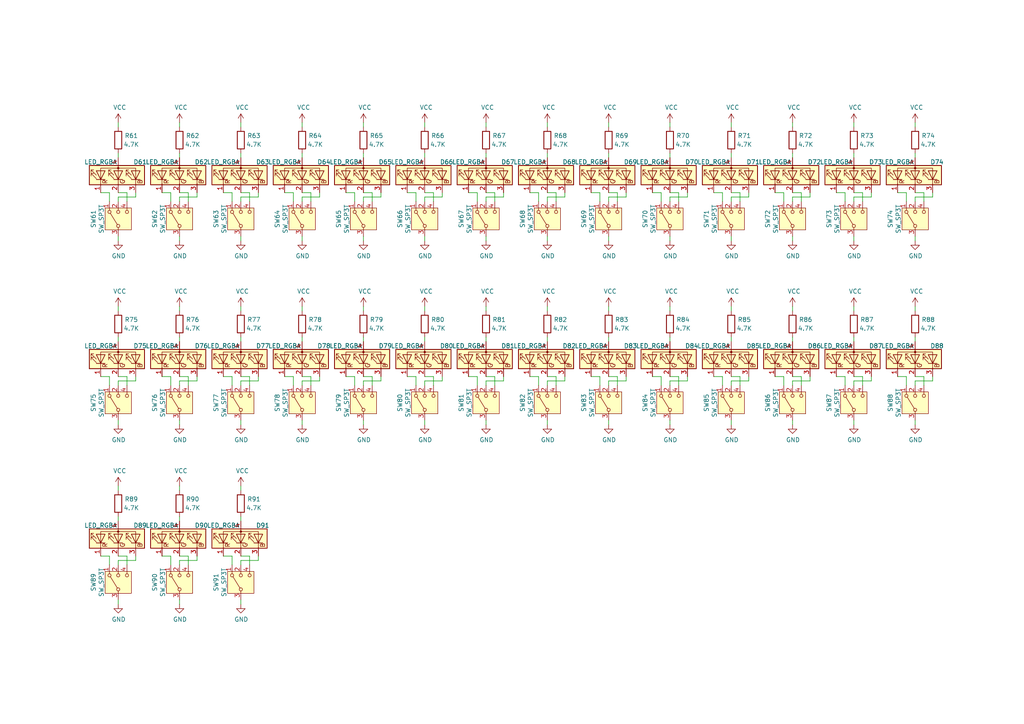
<source format=kicad_sch>
(kicad_sch (version 20231120) (generator "eeschema") (generator_version "8.0")
  (paper "A4")
  (lib_symbols
    (symbol "Device:R" (pin_numbers hide) (pin_names (offset 0))
      (property "Reference" "R" (at 2.032 0 90))
      (property "Value" "R" (at 0 0 90))
      (symbol "R_1_1"
        (pin passive line (at 0 3.81 270) (length 1.27) (name "~") (number "1"))
        (pin passive line (at 0 -3.81 90) (length 1.27) (name "~") (number "2"))
      )
    )
    (symbol "Switch:SW_SP3T" (pin_names (offset 0) hide)
      (property "Reference" "SW" (at 0 5.08 0))
      (property "Value" "SW_SP3T" (at 0 -5.08 0))
      (symbol "SW_SP3T_1_1"
        (pin passive line (at 5.08 2.54 180) (length 2.54) (name "1") (number "1"))
        (pin passive line (at 5.08 0 180) (length 2.54) (name "2") (number "2"))
        (pin passive line (at -5.08 0 0) (length 2.54) (name "3") (number "3"))
        (pin passive line (at 5.08 -2.54 180) (length 2.54) (name "4") (number "4"))
      )
    )
    (symbol "led_rgba:LED_RGBA" (pin_names (offset 0) hide)
      (property "Reference" "D" (at 0 9.398 0))
      (property "Value" "LED_RGBA" (at 0 -8.89 0))
      (symbol "LED_RGBA_0_0"
        (text "B" (at -1.905 -6.35 0) (effects (font (size 1.27 1.27))))
        (text "G" (at -1.905 -1.27 0) (effects (font (size 1.27 1.27))))
        (text "R" (at -1.905 3.81 0) (effects (font (size 1.27 1.27))))
      )
      (symbol "LED_RGBA_1_1"
        (pin passive line (at -5.08 5.08 0) (length 2.54) (name "RK") (number "1"))
        (pin passive line (at -5.08 0 0) (length 2.54) (name "GK") (number "2"))
        (pin passive line (at -5.08 -5.08 0) (length 2.54) (name "BK") (number "3"))
        (pin passive line (at 5.08 0 180) (length 2.54) (name "A") (number "4"))
      )
    )
    (symbol "motivational board-rescue:GND-power" (power) (pin_names (offset 0))
      (property "Value" "power_GND" (at 0 -3.81 0))
      (symbol "GND-power_1_1"
        (pin power_in line (at 0 0 270) (length 0) hide (name "GND") (number "1"))
      )
    )
    (symbol "motivational board-rescue:VCC-power" (power) (pin_names (offset 0))
      (property "Value" "power_VCC" (at 0 3.81 0))
      (symbol "VCC-power_1_1"
        (pin power_in line (at 0 0 90) (length 0) hide (name "VCC") (number "1"))
      )
    )
  )
  (wire (pts (xy 135.89 55.88) (xy 138.43 55.88)))
  (wire (pts (xy 123.19 57.15) (xy 128.27 57.15)))
  (wire (pts (xy 212.09 111.76) (xy 212.09 110.49)))
  (wire (pts (xy 179.07 111.76) (xy 179.07 109.22)))
  (wire (pts (xy 199.39 57.15) (xy 199.39 55.88)))
  (wire (pts (xy 138.43 109.22) (xy 138.43 111.76)))
  (wire (pts (xy 176.53 121.92) (xy 176.53 123.19)))
  (wire (pts (xy 102.87 109.22) (xy 102.87 111.76)))
  (wire (pts (xy 176.53 99.06) (xy 176.53 97.79)))
  (wire (pts (xy 107.95 109.22) (xy 105.41 109.22)))
  (wire (pts (xy 123.19 121.92) (xy 123.19 123.19)))
  (wire (pts (xy 72.39 58.42) (xy 72.39 55.88)))
  (wire (pts (xy 54.61 58.42) (xy 54.61 55.88)))
  (wire (pts (xy 209.55 55.88) (xy 209.55 58.42)))
  (wire (pts (xy 161.29 111.76) (xy 161.29 109.22)))
  (wire (pts (xy 227.33 55.88) (xy 227.33 58.42)))
  (wire (pts (xy 250.19 111.76) (xy 250.19 109.22)))
  (wire (pts (xy 176.53 58.42) (xy 176.53 57.15)))
  (wire (pts (xy 67.31 55.88) (xy 67.31 58.42)))
  (wire (pts (xy 67.31 109.22) (xy 67.31 111.76)))
  (wire (pts (xy 176.53 45.72) (xy 176.53 44.45)))
  (wire (pts (xy 194.31 88.9) (xy 194.31 90.17)))
  (wire (pts (xy 69.85 110.49) (xy 74.93 110.49)))
  (wire (pts (xy 242.57 55.88) (xy 245.11 55.88)))
  (wire (pts (xy 232.41 58.42) (xy 232.41 55.88)))
  (wire (pts (xy 262.89 55.88) (xy 262.89 58.42)))
  (wire (pts (xy 74.93 162.56) (xy 74.93 161.29)))
  (wire (pts (xy 181.61 57.15) (xy 181.61 55.88)))
  (wire (pts (xy 265.43 99.06) (xy 265.43 97.79)))
  (wire (pts (xy 107.95 58.42) (xy 107.95 55.88)))
  (wire (pts (xy 105.41 45.72) (xy 105.41 44.45)))
  (wire (pts (xy 54.61 109.22) (xy 52.07 109.22)))
  (wire (pts (xy 176.53 88.9) (xy 176.53 90.17)))
  (wire (pts (xy 69.85 88.9) (xy 69.85 90.17)))
  (wire (pts (xy 173.99 109.22) (xy 173.99 111.76)))
  (wire (pts (xy 123.19 68.58) (xy 123.19 69.85)))
  (wire (pts (xy 34.29 45.72) (xy 34.29 44.45)))
  (wire (pts (xy 87.63 68.58) (xy 87.63 69.85)))
  (wire (pts (xy 87.63 35.56) (xy 87.63 36.83)))
  (wire (pts (xy 87.63 58.42) (xy 87.63 57.15)))
  (wire (pts (xy 158.75 110.49) (xy 163.83 110.49)))
  (wire (pts (xy 87.63 88.9) (xy 87.63 90.17)))
  (wire (pts (xy 232.41 109.22) (xy 229.87 109.22)))
  (wire (pts (xy 153.67 109.22) (xy 156.21 109.22)))
  (wire (pts (xy 229.87 57.15) (xy 234.95 57.15)))
  (wire (pts (xy 110.49 57.15) (xy 110.49 55.88)))
  (wire (pts (xy 34.29 35.56) (xy 34.29 36.83)))
  (wire (pts (xy 29.21 55.88) (xy 31.75 55.88)))
  (wire (pts (xy 265.43 57.15) (xy 270.51 57.15)))
  (wire (pts (xy 90.17 58.42) (xy 90.17 55.88)))
  (wire (pts (xy 52.07 99.06) (xy 52.07 97.79)))
  (wire (pts (xy 229.87 35.56) (xy 229.87 36.83)))
  (wire (pts (xy 229.87 121.92) (xy 229.87 123.19)))
  (wire (pts (xy 194.31 99.06) (xy 194.31 97.79)))
  (wire (pts (xy 212.09 121.92) (xy 212.09 123.19)))
  (wire (pts (xy 90.17 55.88) (xy 87.63 55.88)))
  (wire (pts (xy 87.63 110.49) (xy 92.71 110.49)))
  (wire (pts (xy 36.83 55.88) (xy 34.29 55.88)))
  (wire (pts (xy 156.21 109.22) (xy 156.21 111.76)))
  (wire (pts (xy 52.07 68.58) (xy 52.07 69.85)))
  (wire (pts (xy 229.87 68.58) (xy 229.87 69.85)))
  (wire (pts (xy 212.09 88.9) (xy 212.09 90.17)))
  (wire (pts (xy 179.07 58.42) (xy 179.07 55.88)))
  (wire (pts (xy 260.35 55.88) (xy 262.89 55.88)))
  (wire (pts (xy 156.21 55.88) (xy 156.21 58.42)))
  (wire (pts (xy 105.41 99.06) (xy 105.41 97.79)))
  (wire (pts (xy 34.29 58.42) (xy 34.29 57.15)))
  (wire (pts (xy 158.75 45.72) (xy 158.75 44.45)))
  (wire (pts (xy 232.41 55.88) (xy 229.87 55.88)))
  (wire (pts (xy 125.73 109.22) (xy 123.19 109.22)))
  (wire (pts (xy 262.89 109.22) (xy 262.89 111.76)))
  (wire (pts (xy 54.61 163.83) (xy 54.61 161.29)))
  (wire (pts (xy 57.15 162.56) (xy 57.15 161.29)))
  (wire (pts (xy 158.75 88.9) (xy 158.75 90.17)))
  (wire (pts (xy 143.51 109.22) (xy 140.97 109.22)))
  (wire (pts (xy 107.95 111.76) (xy 107.95 109.22)))
  (wire (pts (xy 64.77 109.22) (xy 67.31 109.22)))
  (wire (pts (xy 234.95 110.49) (xy 234.95 109.22)))
  (wire (pts (xy 123.19 111.76) (xy 123.19 110.49)))
  (wire (pts (xy 161.29 58.42) (xy 161.29 55.88)))
  (wire (pts (xy 270.51 57.15) (xy 270.51 55.88)))
  (wire (pts (xy 267.97 111.76) (xy 267.97 109.22)))
  (wire (pts (xy 176.53 35.56) (xy 176.53 36.83)))
  (wire (pts (xy 212.09 68.58) (xy 212.09 69.85)))
  (wire (pts (xy 265.43 110.49) (xy 270.51 110.49)))
  (wire (pts (xy 196.85 109.22) (xy 194.31 109.22)))
  (wire (pts (xy 212.09 57.15) (xy 217.17 57.15)))
  (wire (pts (xy 214.63 58.42) (xy 214.63 55.88)))
  (wire (pts (xy 214.63 55.88) (xy 212.09 55.88)))
  (wire (pts (xy 265.43 68.58) (xy 265.43 69.85)))
  (wire (pts (xy 36.83 58.42) (xy 36.83 55.88)))
  (wire (pts (xy 143.51 55.88) (xy 140.97 55.88)))
  (wire (pts (xy 123.19 99.06) (xy 123.19 97.79)))
  (wire (pts (xy 31.75 161.29) (xy 31.75 163.83)))
  (wire (pts (xy 252.73 57.15) (xy 252.73 55.88)))
  (wire (pts (xy 52.07 35.56) (xy 52.07 36.83)))
  (wire (pts (xy 245.11 109.22) (xy 245.11 111.76)))
  (wire (pts (xy 120.65 109.22) (xy 120.65 111.76)))
  (wire (pts (xy 143.51 111.76) (xy 143.51 109.22)))
  (wire (pts (xy 196.85 55.88) (xy 194.31 55.88)))
  (wire (pts (xy 265.43 58.42) (xy 265.43 57.15)))
  (wire (pts (xy 209.55 109.22) (xy 209.55 111.76)))
  (wire (pts (xy 52.07 173.99) (xy 52.07 175.26)))
  (wire (pts (xy 105.41 111.76) (xy 105.41 110.49)))
  (wire (pts (xy 72.39 109.22) (xy 69.85 109.22)))
  (wire (pts (xy 140.97 111.76) (xy 140.97 110.49)))
  (wire (pts (xy 39.37 110.49) (xy 39.37 109.22)))
  (wire (pts (xy 158.75 111.76) (xy 158.75 110.49)))
  (wire (pts (xy 140.97 121.92) (xy 140.97 123.19)))
  (wire (pts (xy 163.83 110.49) (xy 163.83 109.22)))
  (wire (pts (xy 82.55 55.88) (xy 85.09 55.88)))
  (wire (pts (xy 34.29 163.83) (xy 34.29 162.56)))
  (wire (pts (xy 69.85 58.42) (xy 69.85 57.15)))
  (wire (pts (xy 57.15 57.15) (xy 57.15 55.88)))
  (wire (pts (xy 224.79 109.22) (xy 227.33 109.22)))
  (wire (pts (xy 34.29 99.06) (xy 34.29 97.79)))
  (wire (pts (xy 123.19 45.72) (xy 123.19 44.45)))
  (wire (pts (xy 140.97 99.06) (xy 140.97 97.79)))
  (wire (pts (xy 229.87 110.49) (xy 234.95 110.49)))
  (wire (pts (xy 140.97 58.42) (xy 140.97 57.15)))
  (wire (pts (xy 247.65 68.58) (xy 247.65 69.85)))
  (wire (pts (xy 69.85 111.76) (xy 69.85 110.49)))
  (wire (pts (xy 265.43 35.56) (xy 265.43 36.83)))
  (wire (pts (xy 153.67 55.88) (xy 156.21 55.88)))
  (wire (pts (xy 267.97 58.42) (xy 267.97 55.88)))
  (wire (pts (xy 207.01 109.22) (xy 209.55 109.22)))
  (wire (pts (xy 229.87 99.06) (xy 229.87 97.79)))
  (wire (pts (xy 52.07 45.72) (xy 52.07 44.45)))
  (wire (pts (xy 69.85 35.56) (xy 69.85 36.83)))
  (wire (pts (xy 107.95 55.88) (xy 105.41 55.88)))
  (wire (pts (xy 252.73 110.49) (xy 252.73 109.22)))
  (wire (pts (xy 140.97 110.49) (xy 146.05 110.49)))
  (wire (pts (xy 212.09 99.06) (xy 212.09 97.79)))
  (wire (pts (xy 265.43 45.72) (xy 265.43 44.45)))
  (wire (pts (xy 72.39 161.29) (xy 69.85 161.29)))
  (wire (pts (xy 125.73 55.88) (xy 123.19 55.88)))
  (wire (pts (xy 110.49 110.49) (xy 110.49 109.22)))
  (wire (pts (xy 217.17 110.49) (xy 217.17 109.22)))
  (wire (pts (xy 85.09 55.88) (xy 85.09 58.42)))
  (wire (pts (xy 146.05 110.49) (xy 146.05 109.22)))
  (wire (pts (xy 69.85 45.72) (xy 69.85 44.45)))
  (wire (pts (xy 52.07 58.42) (xy 52.07 57.15)))
  (wire (pts (xy 247.65 88.9) (xy 247.65 90.17)))
  (wire (pts (xy 194.31 121.92) (xy 194.31 123.19)))
  (wire (pts (xy 87.63 57.15) (xy 92.71 57.15)))
  (wire (pts (xy 229.87 58.42) (xy 229.87 57.15)))
  (wire (pts (xy 105.41 121.92) (xy 105.41 123.19)))
  (wire (pts (xy 194.31 111.76) (xy 194.31 110.49)))
  (wire (pts (xy 140.97 68.58) (xy 140.97 69.85)))
  (wire (pts (xy 158.75 68.58) (xy 158.75 69.85)))
  (wire (pts (xy 224.79 55.88) (xy 227.33 55.88)))
  (wire (pts (xy 49.53 55.88) (xy 49.53 58.42)))
  (wire (pts (xy 212.09 58.42) (xy 212.09 57.15)))
  (wire (pts (xy 34.29 173.99) (xy 34.29 175.26)))
  (wire (pts (xy 140.97 45.72) (xy 140.97 44.45)))
  (wire (pts (xy 191.77 109.22) (xy 191.77 111.76)))
  (wire (pts (xy 270.51 110.49) (xy 270.51 109.22)))
  (wire (pts (xy 181.61 110.49) (xy 181.61 109.22)))
  (wire (pts (xy 52.07 121.92) (xy 52.07 123.19)))
  (wire (pts (xy 36.83 163.83) (xy 36.83 161.29)))
  (wire (pts (xy 250.19 109.22) (xy 247.65 109.22)))
  (wire (pts (xy 179.07 55.88) (xy 176.53 55.88)))
  (wire (pts (xy 247.65 99.06) (xy 247.65 97.79)))
  (wire (pts (xy 52.07 57.15) (xy 57.15 57.15)))
  (wire (pts (xy 67.31 161.29) (xy 67.31 163.83)))
  (wire (pts (xy 34.29 110.49) (xy 39.37 110.49)))
  (wire (pts (xy 265.43 111.76) (xy 265.43 110.49)))
  (wire (pts (xy 49.53 161.29) (xy 49.53 163.83)))
  (wire (pts (xy 247.65 110.49) (xy 252.73 110.49)))
  (wire (pts (xy 171.45 109.22) (xy 173.99 109.22)))
  (wire (pts (xy 57.15 110.49) (xy 57.15 109.22)))
  (wire (pts (xy 123.19 58.42) (xy 123.19 57.15)))
  (wire (pts (xy 69.85 99.06) (xy 69.85 97.79)))
  (wire (pts (xy 34.29 88.9) (xy 34.29 90.17)))
  (wire (pts (xy 85.09 109.22) (xy 85.09 111.76)))
  (wire (pts (xy 214.63 111.76) (xy 214.63 109.22)))
  (wire (pts (xy 72.39 111.76) (xy 72.39 109.22)))
  (wire (pts (xy 29.21 109.22) (xy 31.75 109.22)))
  (wire (pts (xy 123.19 35.56) (xy 123.19 36.83)))
  (wire (pts (xy 46.99 109.22) (xy 49.53 109.22)))
  (wire (pts (xy 158.75 58.42) (xy 158.75 57.15)))
  (wire (pts (xy 194.31 58.42) (xy 194.31 57.15)))
  (wire (pts (xy 52.07 110.49) (xy 57.15 110.49)))
  (wire (pts (xy 87.63 99.06) (xy 87.63 97.79)))
  (wire (pts (xy 72.39 55.88) (xy 69.85 55.88)))
  (wire (pts (xy 161.29 109.22) (xy 158.75 109.22)))
  (wire (pts (xy 69.85 57.15) (xy 74.93 57.15)))
  (wire (pts (xy 34.29 57.15) (xy 39.37 57.15)))
  (wire (pts (xy 105.41 35.56) (xy 105.41 36.83)))
  (wire (pts (xy 189.23 55.88) (xy 191.77 55.88)))
  (wire (pts (xy 140.97 35.56) (xy 140.97 36.83)))
  (wire (pts (xy 69.85 121.92) (xy 69.85 123.19)))
  (wire (pts (xy 232.41 111.76) (xy 232.41 109.22)))
  (wire (pts (xy 54.61 111.76) (xy 54.61 109.22)))
  (wire (pts (xy 34.29 121.92) (xy 34.29 123.19)))
  (wire (pts (xy 34.29 162.56) (xy 39.37 162.56)))
  (wire (pts (xy 267.97 55.88) (xy 265.43 55.88)))
  (wire (pts (xy 212.09 35.56) (xy 212.09 36.83)))
  (wire (pts (xy 173.99 55.88) (xy 173.99 58.42)))
  (wire (pts (xy 199.39 110.49) (xy 199.39 109.22)))
  (wire (pts (xy 39.37 57.15) (xy 39.37 55.88)))
  (wire (pts (xy 36.83 161.29) (xy 34.29 161.29)))
  (wire (pts (xy 100.33 109.22) (xy 102.87 109.22)))
  (wire (pts (xy 158.75 57.15) (xy 163.83 57.15)))
  (wire (pts (xy 64.77 55.88) (xy 67.31 55.88)))
  (wire (pts (xy 31.75 109.22) (xy 31.75 111.76)))
  (wire (pts (xy 54.61 55.88) (xy 52.07 55.88)))
  (wire (pts (xy 52.07 151.13) (xy 52.07 149.86)))
  (wire (pts (xy 123.19 110.49) (xy 128.27 110.49)))
  (wire (pts (xy 52.07 111.76) (xy 52.07 110.49)))
  (wire (pts (xy 194.31 35.56) (xy 194.31 36.83)))
  (wire (pts (xy 247.65 35.56) (xy 247.65 36.83)))
  (wire (pts (xy 196.85 111.76) (xy 196.85 109.22)))
  (wire (pts (xy 105.41 88.9) (xy 105.41 90.17)))
  (wire (pts (xy 69.85 68.58) (xy 69.85 69.85)))
  (wire (pts (xy 250.19 58.42) (xy 250.19 55.88)))
  (wire (pts (xy 176.53 110.49) (xy 181.61 110.49)))
  (wire (pts (xy 158.75 99.06) (xy 158.75 97.79)))
  (wire (pts (xy 247.65 121.92) (xy 247.65 123.19)))
  (wire (pts (xy 39.37 162.56) (xy 39.37 161.29)))
  (wire (pts (xy 247.65 57.15) (xy 252.73 57.15)))
  (wire (pts (xy 100.33 55.88) (xy 102.87 55.88)))
  (wire (pts (xy 158.75 121.92) (xy 158.75 123.19)))
  (wire (pts (xy 176.53 68.58) (xy 176.53 69.85)))
  (wire (pts (xy 194.31 45.72) (xy 194.31 44.45)))
  (wire (pts (xy 234.95 57.15) (xy 234.95 55.88)))
  (wire (pts (xy 90.17 109.22) (xy 87.63 109.22)))
  (wire (pts (xy 176.53 57.15) (xy 181.61 57.15)))
  (wire (pts (xy 87.63 45.72) (xy 87.63 44.45)))
  (wire (pts (xy 92.71 57.15) (xy 92.71 55.88)))
  (wire (pts (xy 34.29 111.76) (xy 34.29 110.49)))
  (wire (pts (xy 194.31 68.58) (xy 194.31 69.85)))
  (wire (pts (xy 212.09 110.49) (xy 217.17 110.49)))
  (wire (pts (xy 105.41 57.15) (xy 110.49 57.15)))
  (wire (pts (xy 72.39 163.83) (xy 72.39 161.29)))
  (wire (pts (xy 46.99 161.29) (xy 49.53 161.29)))
  (wire (pts (xy 207.01 55.88) (xy 209.55 55.88)))
  (wire (pts (xy 92.71 110.49) (xy 92.71 109.22)))
  (wire (pts (xy 29.21 161.29) (xy 31.75 161.29)))
  (wire (pts (xy 52.07 162.56) (xy 57.15 162.56)))
  (wire (pts (xy 163.83 57.15) (xy 163.83 55.88)))
  (wire (pts (xy 36.83 111.76) (xy 36.83 109.22)))
  (wire (pts (xy 118.11 55.88) (xy 120.65 55.88)))
  (wire (pts (xy 138.43 55.88) (xy 138.43 58.42)))
  (wire (pts (xy 135.89 109.22) (xy 138.43 109.22)))
  (wire (pts (xy 82.55 109.22) (xy 85.09 109.22)))
  (wire (pts (xy 87.63 111.76) (xy 87.63 110.49)))
  (wire (pts (xy 34.29 151.13) (xy 34.29 149.86)))
  (wire (pts (xy 64.77 161.29) (xy 67.31 161.29)))
  (wire (pts (xy 242.57 109.22) (xy 245.11 109.22)))
  (wire (pts (xy 229.87 45.72) (xy 229.87 44.45)))
  (wire (pts (xy 128.27 110.49) (xy 128.27 109.22)))
  (wire (pts (xy 217.17 57.15) (xy 217.17 55.88)))
  (wire (pts (xy 120.65 55.88) (xy 120.65 58.42)))
  (wire (pts (xy 125.73 58.42) (xy 125.73 55.88)))
  (wire (pts (xy 247.65 111.76) (xy 247.65 110.49)))
  (wire (pts (xy 189.23 109.22) (xy 191.77 109.22)))
  (wire (pts (xy 123.19 88.9) (xy 123.19 90.17)))
  (wire (pts (xy 54.61 161.29) (xy 52.07 161.29)))
  (wire (pts (xy 69.85 140.97) (xy 69.85 142.24)))
  (wire (pts (xy 247.65 45.72) (xy 247.65 44.45)))
  (wire (pts (xy 34.29 140.97) (xy 34.29 142.24)))
  (wire (pts (xy 194.31 110.49) (xy 199.39 110.49)))
  (wire (pts (xy 227.33 109.22) (xy 227.33 111.76)))
  (wire (pts (xy 212.09 45.72) (xy 212.09 44.45)))
  (wire (pts (xy 146.05 57.15) (xy 146.05 55.88)))
  (wire (pts (xy 250.19 55.88) (xy 247.65 55.88)))
  (wire (pts (xy 69.85 162.56) (xy 74.93 162.56)))
  (wire (pts (xy 176.53 111.76) (xy 176.53 110.49)))
  (wire (pts (xy 105.41 58.42) (xy 105.41 57.15)))
  (wire (pts (xy 179.07 109.22) (xy 176.53 109.22)))
  (wire (pts (xy 69.85 151.13) (xy 69.85 149.86)))
  (wire (pts (xy 105.41 110.49) (xy 110.49 110.49)))
  (wire (pts (xy 34.29 68.58) (xy 34.29 69.85)))
  (wire (pts (xy 125.73 111.76) (xy 125.73 109.22)))
  (wire (pts (xy 140.97 57.15) (xy 146.05 57.15)))
  (wire (pts (xy 118.11 109.22) (xy 120.65 109.22)))
  (wire (pts (xy 191.77 55.88) (xy 191.77 58.42)))
  (wire (pts (xy 229.87 88.9) (xy 229.87 90.17)))
  (wire (pts (xy 196.85 58.42) (xy 196.85 55.88)))
  (wire (pts (xy 265.43 121.92) (xy 265.43 123.19)))
  (wire (pts (xy 143.51 58.42) (xy 143.51 55.88)))
  (wire (pts (xy 194.31 57.15) (xy 199.39 57.15)))
  (wire (pts (xy 128.27 57.15) (xy 128.27 55.88)))
  (wire (pts (xy 267.97 109.22) (xy 265.43 109.22)))
  (wire (pts (xy 102.87 55.88) (xy 102.87 58.42)))
  (wire (pts (xy 74.93 57.15) (xy 74.93 55.88)))
  (wire (pts (xy 31.75 55.88) (xy 31.75 58.42)))
  (wire (pts (xy 140.97 88.9) (xy 140.97 90.17)))
  (wire (pts (xy 161.29 55.88) (xy 158.75 55.88)))
  (wire (pts (xy 36.83 109.22) (xy 34.29 109.22)))
  (wire (pts (xy 52.07 163.83) (xy 52.07 162.56)))
  (wire (pts (xy 52.07 140.97) (xy 52.07 142.24)))
  (wire (pts (xy 158.75 35.56) (xy 158.75 36.83)))
  (wire (pts (xy 171.45 55.88) (xy 173.99 55.88)))
  (wire (pts (xy 46.99 55.88) (xy 49.53 55.88)))
  (wire (pts (xy 87.63 121.92) (xy 87.63 123.19)))
  (wire (pts (xy 69.85 163.83) (xy 69.85 162.56)))
  (wire (pts (xy 247.65 58.42) (xy 247.65 57.15)))
  (wire (pts (xy 52.07 88.9) (xy 52.07 90.17)))
  (wire (pts (xy 245.11 55.88) (xy 245.11 58.42)))
  (wire (pts (xy 69.85 173.99) (xy 69.85 175.26)))
  (wire (pts (xy 74.93 110.49) (xy 74.93 109.22)))
  (wire (pts (xy 260.35 109.22) (xy 262.89 109.22)))
  (wire (pts (xy 105.41 68.58) (xy 105.41 69.85)))
  (wire (pts (xy 265.43 88.9) (xy 265.43 90.17)))
  (wire (pts (xy 214.63 109.22) (xy 212.09 109.22)))
  (wire (pts (xy 90.17 111.76) (xy 90.17 109.22)))
  (wire (pts (xy 49.53 109.22) (xy 49.53 111.76)))
  (wire (pts (xy 229.87 111.76) (xy 229.87 110.49)))
  (symbol (lib_id "Device:R") (at 52.07 40.64 0) (unit 1)
    (property "Reference" "R62" (at 55.88 39.37 0))
    (property "Value" "4.7K" (at 55.88 41.91 0))
    (property "Footprint" "Resistors_SMD:R_0805_HandSoldering" (effects (hide yes)))
  )
  (symbol (lib_id "motivational board-rescue:GND-power") (at 105.41 69.85 0) (unit 1)
    (property "Reference" "#PWR0141" (effects (hide yes)))
    (property "Value" "GND" (at 105.537 74.2442 0))
  )
  (symbol (lib_id "Switch:SW_SP3T") (at 212.09 63.5 90) (unit 1)
    (property "Reference" "SW71" (at 204.9018 63.5 0))
    (property "Value" "SW_SP3T" (at 207.2132 63.5 0))
    (property "Footprint" "Button_Switch_THT-extra:SS13D07G4" (effects (hide yes)))
  )
  (symbol (lib_id "led_rgba:LED_RGBA") (at 247.65 50.8 90) (unit 1)
    (property "Reference" "D73" (at 254 46.99 90))
    (property "Value" "LED_RGBA" (at 242.57 46.99 90))
    (property "Footprint" "LED_SMD-extra:LED_RGB_3528" (effects (hide yes)))
  )
  (symbol (lib_id "led_rgba:LED_RGBA") (at 265.43 50.8 90) (unit 1)
    (property "Reference" "D74" (at 271.78 46.99 90))
    (property "Value" "LED_RGBA" (at 260.35 46.99 90))
    (property "Footprint" "LED_SMD-extra:LED_RGB_3528" (effects (hide yes)))
  )
  (symbol (lib_id "Device:R") (at 158.75 93.98 0) (unit 1)
    (property "Reference" "R82" (at 162.56 92.71 0))
    (property "Value" "4.7K" (at 162.56 95.25 0))
    (property "Footprint" "Resistors_SMD:R_0805_HandSoldering" (effects (hide yes)))
  )
  (symbol (lib_id "Device:R") (at 247.65 93.98 0) (unit 1)
    (property "Reference" "R87" (at 251.46 92.71 0))
    (property "Value" "4.7K" (at 251.46 95.25 0))
    (property "Footprint" "Resistors_SMD:R_0805_HandSoldering" (effects (hide yes)))
  )
  (symbol (lib_id "led_rgba:LED_RGBA") (at 265.43 104.14 90) (unit 1)
    (property "Reference" "D88" (at 271.78 100.33 90))
    (property "Value" "LED_RGBA" (at 260.35 100.33 90))
    (property "Footprint" "LED_SMD-extra:LED_RGB_3528" (effects (hide yes)))
  )
  (symbol (lib_id "Switch:SW_SP3T") (at 34.29 63.5 90) (unit 1)
    (property "Reference" "SW61" (at 27.1018 63.5 0))
    (property "Value" "SW_SP3T" (at 29.4132 63.5 0))
    (property "Footprint" "Button_Switch_THT-extra:SS13D07G4" (effects (hide yes)))
  )
  (symbol (lib_id "led_rgba:LED_RGBA") (at 34.29 50.8 90) (unit 1)
    (property "Reference" "D61" (at 40.64 46.99 90))
    (property "Value" "LED_RGBA" (at 29.21 46.99 90))
    (property "Footprint" "LED_SMD-extra:LED_RGB_3528" (effects (hide yes)))
  )
  (symbol (lib_id "Device:R") (at 34.29 40.64 0) (unit 1)
    (property "Reference" "R61" (at 38.1 39.37 0))
    (property "Value" "4.7K" (at 38.1 41.91 0))
    (property "Footprint" "Resistors_SMD:R_0805_HandSoldering" (effects (hide yes)))
  )
  (symbol (lib_id "motivational board-rescue:VCC-power") (at 34.29 35.56 0) (unit 1)
    (property "Reference" "#PWR0123" (effects (hide yes)))
    (property "Value" "VCC" (at 34.7218 31.1658 0))
  )
  (symbol (lib_id "motivational board-rescue:GND-power") (at 34.29 69.85 0) (unit 1)
    (property "Reference" "#PWR0137" (effects (hide yes)))
    (property "Value" "GND" (at 34.417 74.2442 0))
  )
  (symbol (lib_id "Switch:SW_SP3T") (at 52.07 63.5 90) (unit 1)
    (property "Reference" "SW62" (at 44.8818 63.5 0))
    (property "Value" "SW_SP3T" (at 47.1932 63.5 0))
    (property "Footprint" "Button_Switch_THT-extra:SS13D07G4" (effects (hide yes)))
  )
  (symbol (lib_id "led_rgba:LED_RGBA") (at 52.07 50.8 90) (unit 1)
    (property "Reference" "D62" (at 58.42 46.99 90))
    (property "Value" "LED_RGBA" (at 46.99 46.99 90))
    (property "Footprint" "LED_SMD-extra:LED_RGB_3528" (effects (hide yes)))
  )
  (symbol (lib_id "motivational board-rescue:VCC-power") (at 52.07 35.56 0) (unit 1)
    (property "Reference" "#PWR0124" (effects (hide yes)))
    (property "Value" "VCC" (at 52.5018 31.1658 0))
  )
  (symbol (lib_id "motivational board-rescue:GND-power") (at 52.07 69.85 0) (unit 1)
    (property "Reference" "#PWR0138" (effects (hide yes)))
    (property "Value" "GND" (at 52.197 74.2442 0))
  )
  (symbol (lib_id "Switch:SW_SP3T") (at 69.85 63.5 90) (unit 1)
    (property "Reference" "SW63" (at 62.6618 63.5 0))
    (property "Value" "SW_SP3T" (at 64.9732 63.5 0))
    (property "Footprint" "Button_Switch_THT-extra:SS13D07G4" (effects (hide yes)))
  )
  (symbol (lib_id "led_rgba:LED_RGBA") (at 69.85 50.8 90) (unit 1)
    (property "Reference" "D63" (at 76.2 46.99 90))
    (property "Value" "LED_RGBA" (at 64.77 46.99 90))
    (property "Footprint" "LED_SMD-extra:LED_RGB_3528" (effects (hide yes)))
  )
  (symbol (lib_id "Device:R") (at 69.85 40.64 0) (unit 1)
    (property "Reference" "R63" (at 73.66 39.37 0))
    (property "Value" "4.7K" (at 73.66 41.91 0))
    (property "Footprint" "Resistors_SMD:R_0805_HandSoldering" (effects (hide yes)))
  )
  (symbol (lib_id "motivational board-rescue:VCC-power") (at 69.85 35.56 0) (unit 1)
    (property "Reference" "#PWR0125" (effects (hide yes)))
    (property "Value" "VCC" (at 70.2818 31.1658 0))
  )
  (symbol (lib_id "motivational board-rescue:GND-power") (at 69.85 69.85 0) (unit 1)
    (property "Reference" "#PWR0139" (effects (hide yes)))
    (property "Value" "GND" (at 69.977 74.2442 0))
  )
  (symbol (lib_id "Switch:SW_SP3T") (at 87.63 63.5 90) (unit 1)
    (property "Reference" "SW64" (at 80.4418 63.5 0))
    (property "Value" "SW_SP3T" (at 82.7532 63.5 0))
    (property "Footprint" "Button_Switch_THT-extra:SS13D07G4" (effects (hide yes)))
  )
  (symbol (lib_id "led_rgba:LED_RGBA") (at 87.63 50.8 90) (unit 1)
    (property "Reference" "D64" (at 93.98 46.99 90))
    (property "Value" "LED_RGBA" (at 82.55 46.99 90))
    (property "Footprint" "LED_SMD-extra:LED_RGB_3528" (effects (hide yes)))
  )
  (symbol (lib_id "Device:R") (at 87.63 40.64 0) (unit 1)
    (property "Reference" "R64" (at 91.44 39.37 0))
    (property "Value" "4.7K" (at 91.44 41.91 0))
    (property "Footprint" "Resistors_SMD:R_0805_HandSoldering" (effects (hide yes)))
  )
  (symbol (lib_id "motivational board-rescue:VCC-power") (at 87.63 35.56 0) (unit 1)
    (property "Reference" "#PWR0126" (effects (hide yes)))
    (property "Value" "VCC" (at 88.0618 31.1658 0))
  )
  (symbol (lib_id "motivational board-rescue:GND-power") (at 87.63 69.85 0) (unit 1)
    (property "Reference" "#PWR0140" (effects (hide yes)))
    (property "Value" "GND" (at 87.757 74.2442 0))
  )
  (symbol (lib_id "Switch:SW_SP3T") (at 105.41 63.5 90) (unit 1)
    (property "Reference" "SW65" (at 98.2218 63.5 0))
    (property "Value" "SW_SP3T" (at 100.5332 63.5 0))
    (property "Footprint" "Button_Switch_THT-extra:SS13D07G4" (effects (hide yes)))
  )
  (symbol (lib_id "led_rgba:LED_RGBA") (at 105.41 50.8 90) (unit 1)
    (property "Reference" "D65" (at 111.76 46.99 90))
    (property "Value" "LED_RGBA" (at 100.33 46.99 90))
    (property "Footprint" "LED_SMD-extra:LED_RGB_3528" (effects (hide yes)))
  )
  (symbol (lib_id "Device:R") (at 105.41 40.64 0) (unit 1)
    (property "Reference" "R65" (at 109.22 39.37 0))
    (property "Value" "4.7K" (at 109.22 41.91 0))
    (property "Footprint" "Resistors_SMD:R_0805_HandSoldering" (effects (hide yes)))
  )
  (symbol (lib_id "motivational board-rescue:VCC-power") (at 105.41 35.56 0) (unit 1)
    (property "Reference" "#PWR0127" (effects (hide yes)))
    (property "Value" "VCC" (at 105.8418 31.1658 0))
  )
  (symbol (lib_id "Switch:SW_SP3T") (at 123.19 63.5 90) (unit 1)
    (property "Reference" "SW66" (at 116.0018 63.5 0))
    (property "Value" "SW_SP3T" (at 118.3132 63.5 0))
    (property "Footprint" "Button_Switch_THT-extra:SS13D07G4" (effects (hide yes)))
  )
  (symbol (lib_id "led_rgba:LED_RGBA") (at 123.19 50.8 90) (unit 1)
    (property "Reference" "D66" (at 129.54 46.99 90))
    (property "Value" "LED_RGBA" (at 118.11 46.99 90))
    (property "Footprint" "LED_SMD-extra:LED_RGB_3528" (effects (hide yes)))
  )
  (symbol (lib_id "Device:R") (at 123.19 40.64 0) (unit 1)
    (property "Reference" "R66" (at 127 39.37 0))
    (property "Value" "4.7K" (at 127 41.91 0))
    (property "Footprint" "Resistors_SMD:R_0805_HandSoldering" (effects (hide yes)))
  )
  (symbol (lib_id "motivational board-rescue:VCC-power") (at 123.19 35.56 0) (unit 1)
    (property "Reference" "#PWR0128" (effects (hide yes)))
    (property "Value" "VCC" (at 123.6218 31.1658 0))
  )
  (symbol (lib_id "motivational board-rescue:GND-power") (at 123.19 69.85 0) (unit 1)
    (property "Reference" "#PWR0142" (effects (hide yes)))
    (property "Value" "GND" (at 123.317 74.2442 0))
  )
  (symbol (lib_id "Switch:SW_SP3T") (at 140.97 63.5 90) (unit 1)
    (property "Reference" "SW67" (at 133.7818 63.5 0))
    (property "Value" "SW_SP3T" (at 136.0932 63.5 0))
    (property "Footprint" "Button_Switch_THT-extra:SS13D07G4" (effects (hide yes)))
  )
  (symbol (lib_id "led_rgba:LED_RGBA") (at 140.97 50.8 90) (unit 1)
    (property "Reference" "D67" (at 147.32 46.99 90))
    (property "Value" "LED_RGBA" (at 135.89 46.99 90))
    (property "Footprint" "LED_SMD-extra:LED_RGB_3528" (effects (hide yes)))
  )
  (symbol (lib_id "Device:R") (at 140.97 40.64 0) (unit 1)
    (property "Reference" "R67" (at 144.78 39.37 0))
    (property "Value" "4.7K" (at 144.78 41.91 0))
    (property "Footprint" "Resistors_SMD:R_0805_HandSoldering" (effects (hide yes)))
  )
  (symbol (lib_id "motivational board-rescue:VCC-power") (at 140.97 35.56 0) (unit 1)
    (property "Reference" "#PWR0129" (effects (hide yes)))
    (property "Value" "VCC" (at 141.4018 31.1658 0))
  )
  (symbol (lib_id "motivational board-rescue:GND-power") (at 140.97 69.85 0) (unit 1)
    (property "Reference" "#PWR0143" (effects (hide yes)))
    (property "Value" "GND" (at 141.097 74.2442 0))
  )
  (symbol (lib_id "Switch:SW_SP3T") (at 158.75 63.5 90) (unit 1)
    (property "Reference" "SW68" (at 151.5618 63.5 0))
    (property "Value" "SW_SP3T" (at 153.8732 63.5 0))
    (property "Footprint" "Button_Switch_THT-extra:SS13D07G4" (effects (hide yes)))
  )
  (symbol (lib_id "led_rgba:LED_RGBA") (at 158.75 50.8 90) (unit 1)
    (property "Reference" "D68" (at 165.1 46.99 90))
    (property "Value" "LED_RGBA" (at 153.67 46.99 90))
    (property "Footprint" "LED_SMD-extra:LED_RGB_3528" (effects (hide yes)))
  )
  (symbol (lib_id "Device:R") (at 158.75 40.64 0) (unit 1)
    (property "Reference" "R68" (at 162.56 39.37 0))
    (property "Value" "4.7K" (at 162.56 41.91 0))
    (property "Footprint" "Resistors_SMD:R_0805_HandSoldering" (effects (hide yes)))
  )
  (symbol (lib_id "motivational board-rescue:VCC-power") (at 158.75 35.56 0) (unit 1)
    (property "Reference" "#PWR0130" (effects (hide yes)))
    (property "Value" "VCC" (at 159.1818 31.1658 0))
  )
  (symbol (lib_id "motivational board-rescue:GND-power") (at 158.75 69.85 0) (unit 1)
    (property "Reference" "#PWR0144" (effects (hide yes)))
    (property "Value" "GND" (at 158.877 74.2442 0))
  )
  (symbol (lib_id "Switch:SW_SP3T") (at 176.53 63.5 90) (unit 1)
    (property "Reference" "SW69" (at 169.3418 63.5 0))
    (property "Value" "SW_SP3T" (at 171.6532 63.5 0))
    (property "Footprint" "Button_Switch_THT-extra:SS13D07G4" (effects (hide yes)))
  )
  (symbol (lib_id "led_rgba:LED_RGBA") (at 176.53 50.8 90) (unit 1)
    (property "Reference" "D69" (at 182.88 46.99 90))
    (property "Value" "LED_RGBA" (at 171.45 46.99 90))
    (property "Footprint" "LED_SMD-extra:LED_RGB_3528" (effects (hide yes)))
  )
  (symbol (lib_id "Device:R") (at 176.53 40.64 0) (unit 1)
    (property "Reference" "R69" (at 180.34 39.37 0))
    (property "Value" "4.7K" (at 180.34 41.91 0))
    (property "Footprint" "Resistors_SMD:R_0805_HandSoldering" (effects (hide yes)))
  )
  (symbol (lib_id "motivational board-rescue:VCC-power") (at 176.53 35.56 0) (unit 1)
    (property "Reference" "#PWR0131" (effects (hide yes)))
    (property "Value" "VCC" (at 176.9618 31.1658 0))
  )
  (symbol (lib_id "motivational board-rescue:GND-power") (at 176.53 69.85 0) (unit 1)
    (property "Reference" "#PWR0145" (effects (hide yes)))
    (property "Value" "GND" (at 176.657 74.2442 0))
  )
  (symbol (lib_id "Switch:SW_SP3T") (at 194.31 63.5 90) (unit 1)
    (property "Reference" "SW70" (at 187.1218 63.5 0))
    (property "Value" "SW_SP3T" (at 189.4332 63.5 0))
    (property "Footprint" "Button_Switch_THT-extra:SS13D07G4" (effects (hide yes)))
  )
  (symbol (lib_id "led_rgba:LED_RGBA") (at 194.31 50.8 90) (unit 1)
    (property "Reference" "D70" (at 200.66 46.99 90))
    (property "Value" "LED_RGBA" (at 189.23 46.99 90))
    (property "Footprint" "LED_SMD-extra:LED_RGB_3528" (effects (hide yes)))
  )
  (symbol (lib_id "Device:R") (at 194.31 40.64 0) (unit 1)
    (property "Reference" "R70" (at 198.12 39.37 0))
    (property "Value" "4.7K" (at 198.12 41.91 0))
    (property "Footprint" "Resistors_SMD:R_0805_HandSoldering" (effects (hide yes)))
  )
  (symbol (lib_id "motivational board-rescue:VCC-power") (at 194.31 35.56 0) (unit 1)
    (property "Reference" "#PWR0132" (effects (hide yes)))
    (property "Value" "VCC" (at 194.7418 31.1658 0))
  )
  (symbol (lib_id "motivational board-rescue:GND-power") (at 194.31 69.85 0) (unit 1)
    (property "Reference" "#PWR0146" (effects (hide yes)))
    (property "Value" "GND" (at 194.437 74.2442 0))
  )
  (symbol (lib_id "led_rgba:LED_RGBA") (at 212.09 50.8 90) (unit 1)
    (property "Reference" "D71" (at 218.44 46.99 90))
    (property "Value" "LED_RGBA" (at 207.01 46.99 90))
    (property "Footprint" "LED_SMD-extra:LED_RGB_3528" (effects (hide yes)))
  )
  (symbol (lib_id "Device:R") (at 212.09 40.64 0) (unit 1)
    (property "Reference" "R71" (at 215.9 39.37 0))
    (property "Value" "4.7K" (at 215.9 41.91 0))
    (property "Footprint" "Resistors_SMD:R_0805_HandSoldering" (effects (hide yes)))
  )
  (symbol (lib_id "motivational board-rescue:VCC-power") (at 212.09 35.56 0) (unit 1)
    (property "Reference" "#PWR0133" (effects (hide yes)))
    (property "Value" "VCC" (at 212.5218 31.1658 0))
  )
  (symbol (lib_id "motivational board-rescue:GND-power") (at 212.09 69.85 0) (unit 1)
    (property "Reference" "#PWR0147" (effects (hide yes)))
    (property "Value" "GND" (at 212.217 74.2442 0))
  )
  (symbol (lib_id "Switch:SW_SP3T") (at 229.87 63.5 90) (unit 1)
    (property "Reference" "SW72" (at 222.6818 63.5 0))
    (property "Value" "SW_SP3T" (at 224.9932 63.5 0))
    (property "Footprint" "Button_Switch_THT-extra:SS13D07G4" (effects (hide yes)))
  )
  (symbol (lib_id "led_rgba:LED_RGBA") (at 229.87 50.8 90) (unit 1)
    (property "Reference" "D72" (at 236.22 46.99 90))
    (property "Value" "LED_RGBA" (at 224.79 46.99 90))
    (property "Footprint" "LED_SMD-extra:LED_RGB_3528" (effects (hide yes)))
  )
  (symbol (lib_id "Device:R") (at 229.87 40.64 0) (unit 1)
    (property "Reference" "R72" (at 233.68 39.37 0))
    (property "Value" "4.7K" (at 233.68 41.91 0))
    (property "Footprint" "Resistors_SMD:R_0805_HandSoldering" (effects (hide yes)))
  )
  (symbol (lib_id "motivational board-rescue:VCC-power") (at 229.87 35.56 0) (unit 1)
    (property "Reference" "#PWR0134" (effects (hide yes)))
    (property "Value" "VCC" (at 230.3018 31.1658 0))
  )
  (symbol (lib_id "motivational board-rescue:GND-power") (at 229.87 69.85 0) (unit 1)
    (property "Reference" "#PWR0148" (effects (hide yes)))
    (property "Value" "GND" (at 229.997 74.2442 0))
  )
  (symbol (lib_id "Switch:SW_SP3T") (at 247.65 63.5 90) (unit 1)
    (property "Reference" "SW73" (at 240.4618 63.5 0))
    (property "Value" "SW_SP3T" (at 242.7732 63.5 0))
    (property "Footprint" "Button_Switch_THT-extra:SS13D07G4" (effects (hide yes)))
  )
  (symbol (lib_id "Device:R") (at 247.65 40.64 0) (unit 1)
    (property "Reference" "R73" (at 251.46 39.37 0))
    (property "Value" "4.7K" (at 251.46 41.91 0))
    (property "Footprint" "Resistors_SMD:R_0805_HandSoldering" (effects (hide yes)))
  )
  (symbol (lib_id "motivational board-rescue:VCC-power") (at 247.65 35.56 0) (unit 1)
    (property "Reference" "#PWR0135" (effects (hide yes)))
    (property "Value" "VCC" (at 248.0818 31.1658 0))
  )
  (symbol (lib_id "motivational board-rescue:GND-power") (at 247.65 69.85 0) (unit 1)
    (property "Reference" "#PWR0149" (effects (hide yes)))
    (property "Value" "GND" (at 247.777 74.2442 0))
  )
  (symbol (lib_id "Switch:SW_SP3T") (at 265.43 63.5 90) (unit 1)
    (property "Reference" "SW74" (at 258.2418 63.5 0))
    (property "Value" "SW_SP3T" (at 260.5532 63.5 0))
    (property "Footprint" "Button_Switch_THT-extra:SS13D07G4" (effects (hide yes)))
  )
  (symbol (lib_id "Device:R") (at 265.43 40.64 0) (unit 1)
    (property "Reference" "R74" (at 269.24 39.37 0))
    (property "Value" "4.7K" (at 269.24 41.91 0))
    (property "Footprint" "Resistors_SMD:R_0805_HandSoldering" (effects (hide yes)))
  )
  (symbol (lib_id "motivational board-rescue:VCC-power") (at 265.43 35.56 0) (unit 1)
    (property "Reference" "#PWR0136" (effects (hide yes)))
    (property "Value" "VCC" (at 265.8618 31.1658 0))
  )
  (symbol (lib_id "motivational board-rescue:GND-power") (at 265.43 69.85 0) (unit 1)
    (property "Reference" "#PWR0150" (effects (hide yes)))
    (property "Value" "GND" (at 265.557 74.2442 0))
  )
  (symbol (lib_id "Switch:SW_SP3T") (at 34.29 116.84 90) (unit 1)
    (property "Reference" "SW75" (at 27.1018 116.84 0))
    (property "Value" "SW_SP3T" (at 29.4132 116.84 0))
    (property "Footprint" "Button_Switch_THT-extra:SS13D07G4" (effects (hide yes)))
  )
  (symbol (lib_id "led_rgba:LED_RGBA") (at 34.29 104.14 90) (unit 1)
    (property "Reference" "D75" (at 40.64 100.33 90))
    (property "Value" "LED_RGBA" (at 29.21 100.33 90))
    (property "Footprint" "LED_SMD-extra:LED_RGB_3528" (effects (hide yes)))
  )
  (symbol (lib_id "Device:R") (at 34.29 93.98 0) (unit 1)
    (property "Reference" "R75" (at 38.1 92.71 0))
    (property "Value" "4.7K" (at 38.1 95.25 0))
    (property "Footprint" "Resistors_SMD:R_0805_HandSoldering" (effects (hide yes)))
  )
  (symbol (lib_id "motivational board-rescue:VCC-power") (at 34.29 88.9 0) (unit 1)
    (property "Reference" "#PWR0151" (effects (hide yes)))
    (property "Value" "VCC" (at 34.7218 84.5058 0))
  )
  (symbol (lib_id "motivational board-rescue:GND-power") (at 34.29 123.19 0) (unit 1)
    (property "Reference" "#PWR0165" (effects (hide yes)))
    (property "Value" "GND" (at 34.417 127.5842 0))
  )
  (symbol (lib_id "Switch:SW_SP3T") (at 52.07 116.84 90) (unit 1)
    (property "Reference" "SW76" (at 44.8818 116.84 0))
    (property "Value" "SW_SP3T" (at 47.1932 116.84 0))
    (property "Footprint" "Button_Switch_THT-extra:SS13D07G4" (effects (hide yes)))
  )
  (symbol (lib_id "led_rgba:LED_RGBA") (at 52.07 104.14 90) (unit 1)
    (property "Reference" "D76" (at 58.42 100.33 90))
    (property "Value" "LED_RGBA" (at 46.99 100.33 90))
    (property "Footprint" "LED_SMD-extra:LED_RGB_3528" (effects (hide yes)))
  )
  (symbol (lib_id "Device:R") (at 52.07 93.98 0) (unit 1)
    (property "Reference" "R76" (at 55.88 92.71 0))
    (property "Value" "4.7K" (at 55.88 95.25 0))
    (property "Footprint" "Resistors_SMD:R_0805_HandSoldering" (effects (hide yes)))
  )
  (symbol (lib_id "motivational board-rescue:VCC-power") (at 52.07 88.9 0) (unit 1)
    (property "Reference" "#PWR0152" (effects (hide yes)))
    (property "Value" "VCC" (at 52.5018 84.5058 0))
  )
  (symbol (lib_id "motivational board-rescue:GND-power") (at 52.07 123.19 0) (unit 1)
    (property "Reference" "#PWR0166" (effects (hide yes)))
    (property "Value" "GND" (at 52.197 127.5842 0))
  )
  (symbol (lib_id "Switch:SW_SP3T") (at 69.85 116.84 90) (unit 1)
    (property "Reference" "SW77" (at 62.6618 116.84 0))
    (property "Value" "SW_SP3T" (at 64.9732 116.84 0))
    (property "Footprint" "Button_Switch_THT-extra:SS13D07G4" (effects (hide yes)))
  )
  (symbol (lib_id "led_rgba:LED_RGBA") (at 69.85 104.14 90) (unit 1)
    (property "Reference" "D77" (at 76.2 100.33 90))
    (property "Value" "LED_RGBA" (at 64.77 100.33 90))
    (property "Footprint" "LED_SMD-extra:LED_RGB_3528" (effects (hide yes)))
  )
  (symbol (lib_id "Device:R") (at 69.85 93.98 0) (unit 1)
    (property "Reference" "R77" (at 73.66 92.71 0))
    (property "Value" "4.7K" (at 73.66 95.25 0))
    (property "Footprint" "Resistors_SMD:R_0805_HandSoldering" (effects (hide yes)))
  )
  (symbol (lib_id "motivational board-rescue:VCC-power") (at 69.85 88.9 0) (unit 1)
    (property "Reference" "#PWR0153" (effects (hide yes)))
    (property "Value" "VCC" (at 70.2818 84.5058 0))
  )
  (symbol (lib_id "motivational board-rescue:GND-power") (at 69.85 123.19 0) (unit 1)
    (property "Reference" "#PWR0167" (effects (hide yes)))
    (property "Value" "GND" (at 69.977 127.5842 0))
  )
  (symbol (lib_id "Switch:SW_SP3T") (at 87.63 116.84 90) (unit 1)
    (property "Reference" "SW78" (at 80.4418 116.84 0))
    (property "Value" "SW_SP3T" (at 82.7532 116.84 0))
    (property "Footprint" "Button_Switch_THT-extra:SS13D07G4" (effects (hide yes)))
  )
  (symbol (lib_id "led_rgba:LED_RGBA") (at 87.63 104.14 90) (unit 1)
    (property "Reference" "D78" (at 93.98 100.33 90))
    (property "Value" "LED_RGBA" (at 82.55 100.33 90))
    (property "Footprint" "LED_SMD-extra:LED_RGB_3528" (effects (hide yes)))
  )
  (symbol (lib_id "Device:R") (at 87.63 93.98 0) (unit 1)
    (property "Reference" "R78" (at 91.44 92.71 0))
    (property "Value" "4.7K" (at 91.44 95.25 0))
    (property "Footprint" "Resistors_SMD:R_0805_HandSoldering" (effects (hide yes)))
  )
  (symbol (lib_id "motivational board-rescue:VCC-power") (at 87.63 88.9 0) (unit 1)
    (property "Reference" "#PWR0154" (effects (hide yes)))
    (property "Value" "VCC" (at 88.0618 84.5058 0))
  )
  (symbol (lib_id "motivational board-rescue:GND-power") (at 87.63 123.19 0) (unit 1)
    (property "Reference" "#PWR0168" (effects (hide yes)))
    (property "Value" "GND" (at 87.757 127.5842 0))
  )
  (symbol (lib_id "Switch:SW_SP3T") (at 105.41 116.84 90) (unit 1)
    (property "Reference" "SW79" (at 98.2218 116.84 0))
    (property "Value" "SW_SP3T" (at 100.5332 116.84 0))
    (property "Footprint" "Button_Switch_THT-extra:SS13D07G4" (effects (hide yes)))
  )
  (symbol (lib_id "led_rgba:LED_RGBA") (at 105.41 104.14 90) (unit 1)
    (property "Reference" "D79" (at 111.76 100.33 90))
    (property "Value" "LED_RGBA" (at 100.33 100.33 90))
    (property "Footprint" "LED_SMD-extra:LED_RGB_3528" (effects (hide yes)))
  )
  (symbol (lib_id "Device:R") (at 105.41 93.98 0) (unit 1)
    (property "Reference" "R79" (at 109.22 92.71 0))
    (property "Value" "4.7K" (at 109.22 95.25 0))
    (property "Footprint" "Resistors_SMD:R_0805_HandSoldering" (effects (hide yes)))
  )
  (symbol (lib_id "motivational board-rescue:VCC-power") (at 105.41 88.9 0) (unit 1)
    (property "Reference" "#PWR0155" (effects (hide yes)))
    (property "Value" "VCC" (at 105.8418 84.5058 0))
  )
  (symbol (lib_id "motivational board-rescue:GND-power") (at 105.41 123.19 0) (unit 1)
    (property "Reference" "#PWR0169" (effects (hide yes)))
    (property "Value" "GND" (at 105.537 127.5842 0))
  )
  (symbol (lib_id "Switch:SW_SP3T") (at 123.19 116.84 90) (unit 1)
    (property "Reference" "SW80" (at 116.0018 116.84 0))
    (property "Value" "SW_SP3T" (at 118.3132 116.84 0))
    (property "Footprint" "Button_Switch_THT-extra:SS13D07G4" (effects (hide yes)))
  )
  (symbol (lib_id "led_rgba:LED_RGBA") (at 123.19 104.14 90) (unit 1)
    (property "Reference" "D80" (at 129.54 100.33 90))
    (property "Value" "LED_RGBA" (at 118.11 100.33 90))
    (property "Footprint" "LED_SMD-extra:LED_RGB_3528" (effects (hide yes)))
  )
  (symbol (lib_id "Device:R") (at 123.19 93.98 0) (unit 1)
    (property "Reference" "R80" (at 127 92.71 0))
    (property "Value" "4.7K" (at 127 95.25 0))
    (property "Footprint" "Resistors_SMD:R_0805_HandSoldering" (effects (hide yes)))
  )
  (symbol (lib_id "motivational board-rescue:VCC-power") (at 123.19 88.9 0) (unit 1)
    (property "Reference" "#PWR0156" (effects (hide yes)))
    (property "Value" "VCC" (at 123.6218 84.5058 0))
  )
  (symbol (lib_id "motivational board-rescue:GND-power") (at 123.19 123.19 0) (unit 1)
    (property "Reference" "#PWR0170" (effects (hide yes)))
    (property "Value" "GND" (at 123.317 127.5842 0))
  )
  (symbol (lib_id "Switch:SW_SP3T") (at 140.97 116.84 90) (unit 1)
    (property "Reference" "SW81" (at 133.7818 116.84 0))
    (property "Value" "SW_SP3T" (at 136.0932 116.84 0))
    (property "Footprint" "Button_Switch_THT-extra:SS13D07G4" (effects (hide yes)))
  )
  (symbol (lib_id "led_rgba:LED_RGBA") (at 140.97 104.14 90) (unit 1)
    (property "Reference" "D81" (at 147.32 100.33 90))
    (property "Value" "LED_RGBA" (at 135.89 100.33 90))
    (property "Footprint" "LED_SMD-extra:LED_RGB_3528" (effects (hide yes)))
  )
  (symbol (lib_id "Device:R") (at 140.97 93.98 0) (unit 1)
    (property "Reference" "R81" (at 144.78 92.71 0))
    (property "Value" "4.7K" (at 144.78 95.25 0))
    (property "Footprint" "Resistors_SMD:R_0805_HandSoldering" (effects (hide yes)))
  )
  (symbol (lib_id "motivational board-rescue:VCC-power") (at 140.97 88.9 0) (unit 1)
    (property "Reference" "#PWR0157" (effects (hide yes)))
    (property "Value" "VCC" (at 141.4018 84.5058 0))
  )
  (symbol (lib_id "motivational board-rescue:GND-power") (at 140.97 123.19 0) (unit 1)
    (property "Reference" "#PWR0171" (effects (hide yes)))
    (property "Value" "GND" (at 141.097 127.5842 0))
  )
  (symbol (lib_id "Switch:SW_SP3T") (at 158.75 116.84 90) (unit 1)
    (property "Reference" "SW82" (at 151.5618 116.84 0))
    (property "Value" "SW_SP3T" (at 153.8732 116.84 0))
    (property "Footprint" "Button_Switch_THT-extra:SS13D07G4" (effects (hide yes)))
  )
  (symbol (lib_id "led_rgba:LED_RGBA") (at 158.75 104.14 90) (unit 1)
    (property "Reference" "D82" (at 165.1 100.33 90))
    (property "Value" "LED_RGBA" (at 153.67 100.33 90))
    (property "Footprint" "LED_SMD-extra:LED_RGB_3528" (effects (hide yes)))
  )
  (symbol (lib_id "motivational board-rescue:VCC-power") (at 158.75 88.9 0) (unit 1)
    (property "Reference" "#PWR0158" (effects (hide yes)))
    (property "Value" "VCC" (at 159.1818 84.5058 0))
  )
  (symbol (lib_id "motivational board-rescue:GND-power") (at 158.75 123.19 0) (unit 1)
    (property "Reference" "#PWR0172" (effects (hide yes)))
    (property "Value" "GND" (at 158.877 127.5842 0))
  )
  (symbol (lib_id "Switch:SW_SP3T") (at 176.53 116.84 90) (unit 1)
    (property "Reference" "SW83" (at 169.3418 116.84 0))
    (property "Value" "SW_SP3T" (at 171.6532 116.84 0))
    (property "Footprint" "Button_Switch_THT-extra:SS13D07G4" (effects (hide yes)))
  )
  (symbol (lib_id "led_rgba:LED_RGBA") (at 176.53 104.14 90) (unit 1)
    (property "Reference" "D83" (at 182.88 100.33 90))
    (property "Value" "LED_RGBA" (at 171.45 100.33 90))
    (property "Footprint" "LED_SMD-extra:LED_RGB_3528" (effects (hide yes)))
  )
  (symbol (lib_id "Device:R") (at 176.53 93.98 0) (unit 1)
    (property "Reference" "R83" (at 180.34 92.71 0))
    (property "Value" "4.7K" (at 180.34 95.25 0))
    (property "Footprint" "Resistors_SMD:R_0805_HandSoldering" (effects (hide yes)))
  )
  (symbol (lib_id "motivational board-rescue:VCC-power") (at 176.53 88.9 0) (unit 1)
    (property "Reference" "#PWR0159" (effects (hide yes)))
    (property "Value" "VCC" (at 176.9618 84.5058 0))
  )
  (symbol (lib_id "motivational board-rescue:GND-power") (at 176.53 123.19 0) (unit 1)
    (property "Reference" "#PWR0173" (effects (hide yes)))
    (property "Value" "GND" (at 176.657 127.5842 0))
  )
  (symbol (lib_id "Switch:SW_SP3T") (at 194.31 116.84 90) (unit 1)
    (property "Reference" "SW84" (at 187.1218 116.84 0))
    (property "Value" "SW_SP3T" (at 189.4332 116.84 0))
    (property "Footprint" "Button_Switch_THT-extra:SS13D07G4" (effects (hide yes)))
  )
  (symbol (lib_id "led_rgba:LED_RGBA") (at 194.31 104.14 90) (unit 1)
    (property "Reference" "D84" (at 200.66 100.33 90))
    (property "Value" "LED_RGBA" (at 189.23 100.33 90))
    (property "Footprint" "LED_SMD-extra:LED_RGB_3528" (effects (hide yes)))
  )
  (symbol (lib_id "Device:R") (at 194.31 93.98 0) (unit 1)
    (property "Reference" "R84" (at 198.12 92.71 0))
    (property "Value" "4.7K" (at 198.12 95.25 0))
    (property "Footprint" "Resistors_SMD:R_0805_HandSoldering" (effects (hide yes)))
  )
  (symbol (lib_id "motivational board-rescue:VCC-power") (at 194.31 88.9 0) (unit 1)
    (property "Reference" "#PWR0160" (effects (hide yes)))
    (property "Value" "VCC" (at 194.7418 84.5058 0))
  )
  (symbol (lib_id "motivational board-rescue:GND-power") (at 194.31 123.19 0) (unit 1)
    (property "Reference" "#PWR0174" (effects (hide yes)))
    (property "Value" "GND" (at 194.437 127.5842 0))
  )
  (symbol (lib_id "Switch:SW_SP3T") (at 212.09 116.84 90) (unit 1)
    (property "Reference" "SW85" (at 204.9018 116.84 0))
    (property "Value" "SW_SP3T" (at 207.2132 116.84 0))
    (property "Footprint" "Button_Switch_THT-extra:SS13D07G4" (effects (hide yes)))
  )
  (symbol (lib_id "led_rgba:LED_RGBA") (at 212.09 104.14 90) (unit 1)
    (property "Reference" "D85" (at 218.44 100.33 90))
    (property "Value" "LED_RGBA" (at 207.01 100.33 90))
    (property "Footprint" "LED_SMD-extra:LED_RGB_3528" (effects (hide yes)))
  )
  (symbol (lib_id "Device:R") (at 212.09 93.98 0) (unit 1)
    (property "Reference" "R85" (at 215.9 92.71 0))
    (property "Value" "4.7K" (at 215.9 95.25 0))
    (property "Footprint" "Resistors_SMD:R_0805_HandSoldering" (effects (hide yes)))
  )
  (symbol (lib_id "motivational board-rescue:VCC-power") (at 212.09 88.9 0) (unit 1)
    (property "Reference" "#PWR0161" (effects (hide yes)))
    (property "Value" "VCC" (at 212.5218 84.5058 0))
  )
  (symbol (lib_id "motivational board-rescue:GND-power") (at 212.09 123.19 0) (unit 1)
    (property "Reference" "#PWR0175" (effects (hide yes)))
    (property "Value" "GND" (at 212.217 127.5842 0))
  )
  (symbol (lib_id "Switch:SW_SP3T") (at 229.87 116.84 90) (unit 1)
    (property "Reference" "SW86" (at 222.6818 116.84 0))
    (property "Value" "SW_SP3T" (at 224.9932 116.84 0))
    (property "Footprint" "Button_Switch_THT-extra:SS13D07G4" (effects (hide yes)))
  )
  (symbol (lib_id "led_rgba:LED_RGBA") (at 229.87 104.14 90) (unit 1)
    (property "Reference" "D86" (at 236.22 100.33 90))
    (property "Value" "LED_RGBA" (at 224.79 100.33 90))
    (property "Footprint" "LED_SMD-extra:LED_RGB_3528" (effects (hide yes)))
  )
  (symbol (lib_id "Device:R") (at 229.87 93.98 0) (unit 1)
    (property "Reference" "R86" (at 233.68 92.71 0))
    (property "Value" "4.7K" (at 233.68 95.25 0))
    (property "Footprint" "Resistors_SMD:R_0805_HandSoldering" (effects (hide yes)))
  )
  (symbol (lib_id "motivational board-rescue:VCC-power") (at 229.87 88.9 0) (unit 1)
    (property "Reference" "#PWR0162" (effects (hide yes)))
    (property "Value" "VCC" (at 230.3018 84.5058 0))
  )
  (symbol (lib_id "motivational board-rescue:GND-power") (at 229.87 123.19 0) (unit 1)
    (property "Reference" "#PWR0176" (effects (hide yes)))
    (property "Value" "GND" (at 229.997 127.5842 0))
  )
  (symbol (lib_id "Switch:SW_SP3T") (at 247.65 116.84 90) (unit 1)
    (property "Reference" "SW87" (at 240.4618 116.84 0))
    (property "Value" "SW_SP3T" (at 242.7732 116.84 0))
    (property "Footprint" "Button_Switch_THT-extra:SS13D07G4" (effects (hide yes)))
  )
  (symbol (lib_id "led_rgba:LED_RGBA") (at 247.65 104.14 90) (unit 1)
    (property "Reference" "D87" (at 254 100.33 90))
    (property "Value" "LED_RGBA" (at 242.57 100.33 90))
    (property "Footprint" "LED_SMD-extra:LED_RGB_3528" (effects (hide yes)))
  )
  (symbol (lib_id "motivational board-rescue:VCC-power") (at 247.65 88.9 0) (unit 1)
    (property "Reference" "#PWR0163" (effects (hide yes)))
    (property "Value" "VCC" (at 248.0818 84.5058 0))
  )
  (symbol (lib_id "motivational board-rescue:GND-power") (at 247.65 123.19 0) (unit 1)
    (property "Reference" "#PWR0177" (effects (hide yes)))
    (property "Value" "GND" (at 247.777 127.5842 0))
  )
  (symbol (lib_id "Switch:SW_SP3T") (at 265.43 116.84 90) (unit 1)
    (property "Reference" "SW88" (at 258.2418 116.84 0))
    (property "Value" "SW_SP3T" (at 260.5532 116.84 0))
    (property "Footprint" "Button_Switch_THT-extra:SS13D07G4" (effects (hide yes)))
  )
  (symbol (lib_id "Device:R") (at 265.43 93.98 0) (unit 1)
    (property "Reference" "R88" (at 269.24 92.71 0))
    (property "Value" "4.7K" (at 269.24 95.25 0))
    (property "Footprint" "Resistors_SMD:R_0805_HandSoldering" (effects (hide yes)))
  )
  (symbol (lib_id "motivational board-rescue:VCC-power") (at 265.43 88.9 0) (unit 1)
    (property "Reference" "#PWR0164" (effects (hide yes)))
    (property "Value" "VCC" (at 265.8618 84.5058 0))
  )
  (symbol (lib_id "motivational board-rescue:GND-power") (at 265.43 123.19 0) (unit 1)
    (property "Reference" "#PWR0178" (effects (hide yes)))
    (property "Value" "GND" (at 265.557 127.5842 0))
  )
  (symbol (lib_id "Switch:SW_SP3T") (at 34.29 168.91 90) (unit 1)
    (property "Reference" "SW89" (at 27.1018 168.91 0))
    (property "Value" "SW_SP3T" (at 29.4132 168.91 0))
    (property "Footprint" "Button_Switch_THT-extra:SS13D07G4" (effects (hide yes)))
  )
  (symbol (lib_id "led_rgba:LED_RGBA") (at 34.29 156.21 90) (unit 1)
    (property "Reference" "D89" (at 40.64 152.4 90))
    (property "Value" "LED_RGBA" (at 29.21 152.4 90))
    (property "Footprint" "LED_SMD-extra:LED_RGB_3528" (effects (hide yes)))
  )
  (symbol (lib_id "Device:R") (at 34.29 146.05 0) (unit 1)
    (property "Reference" "R89" (at 38.1 144.78 0))
    (property "Value" "4.7K" (at 38.1 147.32 0))
    (property "Footprint" "Resistors_SMD:R_0805_HandSoldering" (effects (hide yes)))
  )
  (symbol (lib_id "motivational board-rescue:VCC-power") (at 34.29 140.97 0) (unit 1)
    (property "Reference" "#PWR0179" (effects (hide yes)))
    (property "Value" "VCC" (at 34.7218 136.5758 0))
  )
  (symbol (lib_id "motivational board-rescue:GND-power") (at 34.29 175.26 0) (unit 1)
    (property "Reference" "#PWR0182" (effects (hide yes)))
    (property "Value" "GND" (at 34.417 179.6542 0))
  )
  (symbol (lib_id "Switch:SW_SP3T") (at 52.07 168.91 90) (unit 1)
    (property "Reference" "SW90" (at 44.8818 168.91 0))
    (property "Value" "SW_SP3T" (at 47.1932 168.91 0))
    (property "Footprint" "Button_Switch_THT-extra:SS13D07G4" (effects (hide yes)))
  )
  (symbol (lib_id "led_rgba:LED_RGBA") (at 52.07 156.21 90) (unit 1)
    (property "Reference" "D90" (at 58.42 152.4 90))
    (property "Value" "LED_RGBA" (at 46.99 152.4 90))
    (property "Footprint" "LED_SMD-extra:LED_RGB_3528" (effects (hide yes)))
  )
  (symbol (lib_id "Device:R") (at 52.07 146.05 0) (unit 1)
    (property "Reference" "R90" (at 55.88 144.78 0))
    (property "Value" "4.7K" (at 55.88 147.32 0))
    (property "Footprint" "Resistors_SMD:R_0805_HandSoldering" (effects (hide yes)))
  )
  (symbol (lib_id "motivational board-rescue:VCC-power") (at 52.07 140.97 0) (unit 1)
    (property "Reference" "#PWR0180" (effects (hide yes)))
    (property "Value" "VCC" (at 52.5018 136.5758 0))
  )
  (symbol (lib_id "motivational board-rescue:GND-power") (at 52.07 175.26 0) (unit 1)
    (property "Reference" "#PWR0183" (effects (hide yes)))
    (property "Value" "GND" (at 52.197 179.6542 0))
  )
  (symbol (lib_id "Switch:SW_SP3T") (at 69.85 168.91 90) (unit 1)
    (property "Reference" "SW91" (at 62.6618 168.91 0))
    (property "Value" "SW_SP3T" (at 64.9732 168.91 0))
    (property "Footprint" "Button_Switch_THT-extra:SS13D07G4" (effects (hide yes)))
  )
  (symbol (lib_id "led_rgba:LED_RGBA") (at 69.85 156.21 90) (unit 1)
    (property "Reference" "D91" (at 76.2 152.4 90))
    (property "Value" "LED_RGBA" (at 64.77 152.4 90))
    (property "Footprint" "LED_SMD-extra:LED_RGB_3528" (effects (hide yes)))
  )
  (symbol (lib_id "Device:R") (at 69.85 146.05 0) (unit 1)
    (property "Reference" "R91" (at 73.66 144.78 0))
    (property "Value" "4.7K" (at 73.66 147.32 0))
    (property "Footprint" "Resistors_SMD:R_0805_HandSoldering" (effects (hide yes)))
  )
  (symbol (lib_id "motivational board-rescue:VCC-power") (at 69.85 140.97 0) (unit 1)
    (property "Reference" "#PWR0181" (effects (hide yes)))
    (property "Value" "VCC" (at 70.2818 136.5758 0))
  )
  (symbol (lib_id "motivational board-rescue:GND-power") (at 69.85 175.26 0) (unit 1)
    (property "Reference" "#PWR0184" (effects (hide yes)))
    (property "Value" "GND" (at 69.977 179.6542 0))
  )
)
</source>
